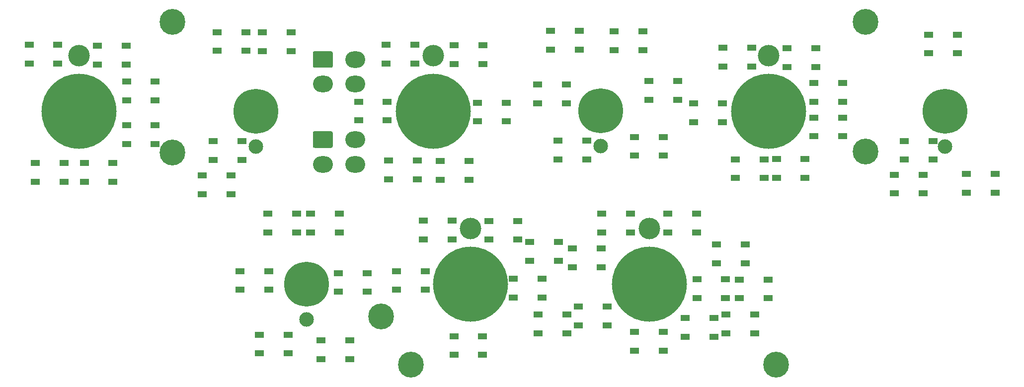
<source format=gbr>
%TF.GenerationSoftware,KiCad,Pcbnew,(5.1.6)-1*%
%TF.CreationDate,2021-08-25T14:17:29+10:00*%
%TF.ProjectId,HUD Panel PCB V2,48554420-5061-46e6-956c-205043422056,rev?*%
%TF.SameCoordinates,Original*%
%TF.FileFunction,Soldermask,Top*%
%TF.FilePolarity,Negative*%
%FSLAX46Y46*%
G04 Gerber Fmt 4.6, Leading zero omitted, Abs format (unit mm)*
G04 Created by KiCad (PCBNEW (5.1.6)-1) date 2021-08-25 14:17:29*
%MOMM*%
%LPD*%
G01*
G04 APERTURE LIST*
%ADD10C,12.800000*%
%ADD11C,3.672000*%
%ADD12C,4.400000*%
%ADD13C,7.640752*%
%ADD14C,2.481250*%
%ADD15R,1.600000X1.100000*%
%ADD16O,3.400000X2.800000*%
G04 APERTURE END LIST*
D10*
%TO.C,REF\u002A\u002A*%
X196850000Y-56515000D03*
X196850000Y-56515000D03*
D11*
X196850000Y-46990000D03*
%TD*%
D12*
%TO.C,REF\u002A\u002A*%
X198120000Y-99695000D03*
%TD*%
%TO.C,REF\u002A\u002A*%
X213360000Y-63373000D03*
%TD*%
%TO.C,REF\u002A\u002A*%
X213360000Y-41275000D03*
%TD*%
%TO.C,REF\u002A\u002A*%
X135890000Y-99695000D03*
%TD*%
%TO.C,REF\u002A\u002A*%
X130810000Y-91440000D03*
%TD*%
%TO.C,REF\u002A\u002A*%
X95250000Y-41275000D03*
%TD*%
%TO.C,REF\u002A\u002A*%
X95250000Y-63500000D03*
%TD*%
D13*
%TO.C,REF\u002A\u002A*%
X118110000Y-85979000D03*
D14*
X118110000Y-91979000D03*
D13*
X118110000Y-85979000D03*
%TD*%
%TO.C,REF\u002A\u002A*%
X226949000Y-56515000D03*
D14*
X226949000Y-62515000D03*
D13*
X226949000Y-56515000D03*
%TD*%
%TO.C,REF\u002A\u002A*%
X168275000Y-56388000D03*
D14*
X168275000Y-62388000D03*
D13*
X168275000Y-56388000D03*
%TD*%
%TO.C,REF\u002A\u002A*%
X109474000Y-56515000D03*
D14*
X109474000Y-62515000D03*
D13*
X109474000Y-56515000D03*
%TD*%
D10*
%TO.C,REF\u002A\u002A*%
X146050000Y-85979000D03*
X146050000Y-85979000D03*
D11*
X146050000Y-76454000D03*
%TD*%
D10*
%TO.C,REF\u002A\u002A*%
X176530000Y-85979000D03*
X176530000Y-85979000D03*
D11*
X176530000Y-76454000D03*
%TD*%
D10*
%TO.C,REF\u002A\u002A*%
X139700000Y-56515000D03*
X139700000Y-56515000D03*
D11*
X139700000Y-46990000D03*
%TD*%
D10*
%TO.C,REF\u002A\u002A*%
X79375000Y-56515000D03*
X79375000Y-56515000D03*
D11*
X79375000Y-46990000D03*
%TD*%
D15*
%TO.C,D56*%
X224150000Y-43400000D03*
X224150000Y-46600000D03*
X229050000Y-43400000D03*
X229050000Y-46600000D03*
%TD*%
%TO.C,D55*%
X230550000Y-67150000D03*
X230550000Y-70350000D03*
X235450000Y-67150000D03*
X235450000Y-70350000D03*
%TD*%
%TO.C,D54*%
X219964000Y-61518800D03*
X219964000Y-64718800D03*
X224864000Y-61518800D03*
X224864000Y-64718800D03*
%TD*%
%TO.C,D53*%
X218327000Y-67284800D03*
X218327000Y-70484800D03*
X223227000Y-67284800D03*
X223227000Y-70484800D03*
%TD*%
%TO.C,D52*%
X191200000Y-64650000D03*
X191200000Y-67850000D03*
X196100000Y-64650000D03*
X196100000Y-67850000D03*
%TD*%
%TO.C,D51*%
X198200000Y-64600000D03*
X198200000Y-67800000D03*
X203100000Y-64600000D03*
X203100000Y-67800000D03*
%TD*%
%TO.C,D50*%
X204600000Y-57550000D03*
X204600000Y-60750000D03*
X209500000Y-57550000D03*
X209500000Y-60750000D03*
%TD*%
%TO.C,D49*%
X204600000Y-51650000D03*
X204600000Y-54850000D03*
X209500000Y-51650000D03*
X209500000Y-54850000D03*
%TD*%
%TO.C,D48*%
X200000000Y-45750000D03*
X200000000Y-48950000D03*
X204900000Y-45750000D03*
X204900000Y-48950000D03*
%TD*%
%TO.C,D47*%
X189100000Y-45650000D03*
X189100000Y-48850000D03*
X194000000Y-45650000D03*
X194000000Y-48850000D03*
%TD*%
%TO.C,D46*%
X184100000Y-55150000D03*
X184100000Y-58350000D03*
X189000000Y-55150000D03*
X189000000Y-58350000D03*
%TD*%
%TO.C,D45*%
X174050000Y-60850000D03*
X174050000Y-64050000D03*
X178950000Y-60850000D03*
X178950000Y-64050000D03*
%TD*%
%TO.C,D44*%
X176450000Y-51350000D03*
X176450000Y-54550000D03*
X181350000Y-51350000D03*
X181350000Y-54550000D03*
%TD*%
%TO.C,D43*%
X170550000Y-42850000D03*
X170550000Y-46050000D03*
X175450000Y-42850000D03*
X175450000Y-46050000D03*
%TD*%
%TO.C,D42*%
X159700000Y-42800000D03*
X159700000Y-46000000D03*
X164600000Y-42800000D03*
X164600000Y-46000000D03*
%TD*%
%TO.C,D41*%
X157550000Y-51900000D03*
X157550000Y-55100000D03*
X162450000Y-51900000D03*
X162450000Y-55100000D03*
%TD*%
%TO.C,D40*%
X161000000Y-61450000D03*
X161000000Y-64650000D03*
X165900000Y-61450000D03*
X165900000Y-64650000D03*
%TD*%
%TO.C,D39*%
X163450000Y-79850000D03*
X163450000Y-83050000D03*
X168350000Y-79850000D03*
X168350000Y-83050000D03*
%TD*%
%TO.C,D38*%
X168450000Y-73950000D03*
X168450000Y-77150000D03*
X173350000Y-73950000D03*
X173350000Y-77150000D03*
%TD*%
%TO.C,D37*%
X179700000Y-73950000D03*
X179700000Y-77150000D03*
X184600000Y-73950000D03*
X184600000Y-77150000D03*
%TD*%
%TO.C,D36*%
X188000000Y-79200000D03*
X188000000Y-82400000D03*
X192900000Y-79200000D03*
X192900000Y-82400000D03*
%TD*%
%TO.C,D35*%
X191900000Y-85150000D03*
X191900000Y-88350000D03*
X196800000Y-85150000D03*
X196800000Y-88350000D03*
%TD*%
%TO.C,D34*%
X184650000Y-85100000D03*
X184650000Y-88300000D03*
X189550000Y-85100000D03*
X189550000Y-88300000D03*
%TD*%
%TO.C,D33*%
X189600000Y-91100000D03*
X189600000Y-94300000D03*
X194500000Y-91100000D03*
X194500000Y-94300000D03*
%TD*%
%TO.C,D32*%
X182650000Y-91700000D03*
X182650000Y-94900000D03*
X187550000Y-91700000D03*
X187550000Y-94900000D03*
%TD*%
%TO.C,D31*%
X174000000Y-94050000D03*
X174000000Y-97250000D03*
X178900000Y-94050000D03*
X178900000Y-97250000D03*
%TD*%
%TO.C,D30*%
X164450000Y-89750000D03*
X164450000Y-92950000D03*
X169350000Y-89750000D03*
X169350000Y-92950000D03*
%TD*%
%TO.C,D29*%
X157582000Y-91084400D03*
X157582000Y-94284400D03*
X162482000Y-91084400D03*
X162482000Y-94284400D03*
%TD*%
%TO.C,D28*%
X133500000Y-83700000D03*
X133500000Y-86900000D03*
X138400000Y-83700000D03*
X138400000Y-86900000D03*
%TD*%
%TO.C,D27*%
X143250000Y-94800000D03*
X143250000Y-98000000D03*
X148150000Y-94800000D03*
X148150000Y-98000000D03*
%TD*%
%TO.C,D26*%
X153350000Y-85000000D03*
X153350000Y-88200000D03*
X158250000Y-85000000D03*
X158250000Y-88200000D03*
%TD*%
%TO.C,D25*%
X156150000Y-78750000D03*
X156150000Y-81950000D03*
X161050000Y-78750000D03*
X161050000Y-81950000D03*
%TD*%
%TO.C,D24*%
X149200000Y-75150000D03*
X149200000Y-78350000D03*
X154100000Y-75150000D03*
X154100000Y-78350000D03*
%TD*%
%TO.C,D23*%
X138050000Y-75100000D03*
X138050000Y-78300000D03*
X142950000Y-75100000D03*
X142950000Y-78300000D03*
%TD*%
%TO.C,D22*%
X132150000Y-64850000D03*
X132150000Y-68050000D03*
X137050000Y-64850000D03*
X137050000Y-68050000D03*
%TD*%
%TO.C,D21*%
X140900000Y-64950000D03*
X140900000Y-68150000D03*
X145800000Y-64950000D03*
X145800000Y-68150000D03*
%TD*%
%TO.C,D20*%
X147250000Y-55000000D03*
X147250000Y-58200000D03*
X152150000Y-55000000D03*
X152150000Y-58200000D03*
%TD*%
%TO.C,D19*%
X143300000Y-45250000D03*
X143300000Y-48450000D03*
X148200000Y-45250000D03*
X148200000Y-48450000D03*
%TD*%
%TO.C,D18*%
X131700000Y-45150000D03*
X131700000Y-48350000D03*
X136600000Y-45150000D03*
X136600000Y-48350000D03*
%TD*%
%TO.C,D17*%
X126988000Y-54838800D03*
X126988000Y-58038800D03*
X131888000Y-54838800D03*
X131888000Y-58038800D03*
%TD*%
%TO.C,D16*%
X118800000Y-73950000D03*
X118800000Y-77150000D03*
X123700000Y-73950000D03*
X123700000Y-77150000D03*
%TD*%
%TO.C,D15*%
X123550000Y-84050000D03*
X123550000Y-87250000D03*
X128450000Y-84050000D03*
X128450000Y-87250000D03*
%TD*%
%TO.C,D14*%
X120600000Y-95500000D03*
X120600000Y-98700000D03*
X125500000Y-95500000D03*
X125500000Y-98700000D03*
%TD*%
%TO.C,D13*%
X110100000Y-94550000D03*
X110100000Y-97750000D03*
X115000000Y-94550000D03*
X115000000Y-97750000D03*
%TD*%
%TO.C,D12*%
X106800000Y-83700000D03*
X106800000Y-86900000D03*
X111700000Y-83700000D03*
X111700000Y-86900000D03*
%TD*%
%TO.C,D11*%
X111550000Y-73950000D03*
X111550000Y-77150000D03*
X116450000Y-73950000D03*
X116450000Y-77150000D03*
%TD*%
%TO.C,D10*%
X110600000Y-43000000D03*
X110600000Y-46200000D03*
X115500000Y-43000000D03*
X115500000Y-46200000D03*
%TD*%
%TO.C,D9*%
X102870000Y-42976800D03*
X102870000Y-46176800D03*
X107770000Y-42976800D03*
X107770000Y-46176800D03*
%TD*%
%TO.C,D8*%
X102198000Y-61595200D03*
X102198000Y-64795200D03*
X107098000Y-61595200D03*
X107098000Y-64795200D03*
%TD*%
%TO.C,D7*%
X100381000Y-67411600D03*
X100381000Y-70611600D03*
X105281000Y-67411600D03*
X105281000Y-70611600D03*
%TD*%
%TO.C,D6*%
X71900000Y-65300000D03*
X71900000Y-68500000D03*
X76800000Y-65300000D03*
X76800000Y-68500000D03*
%TD*%
%TO.C,D5*%
X80250000Y-65300000D03*
X80250000Y-68500000D03*
X85150000Y-65300000D03*
X85150000Y-68500000D03*
%TD*%
%TO.C,D4*%
X87450000Y-58850000D03*
X87450000Y-62050000D03*
X92350000Y-58850000D03*
X92350000Y-62050000D03*
%TD*%
%TO.C,D3*%
X87450000Y-51400000D03*
X87450000Y-54600000D03*
X92350000Y-51400000D03*
X92350000Y-54600000D03*
%TD*%
%TO.C,D2*%
X82500000Y-45300000D03*
X82500000Y-48500000D03*
X87400000Y-45300000D03*
X87400000Y-48500000D03*
%TD*%
%TO.C,D1*%
X70854400Y-45136000D03*
X70854400Y-48336000D03*
X75754400Y-45136000D03*
X75754400Y-48336000D03*
%TD*%
D16*
%TO.C,J2*%
X126400000Y-51850000D03*
X126400000Y-47650000D03*
X120900000Y-51850000D03*
G36*
G01*
X119460400Y-46250000D02*
X122339600Y-46250000D01*
G75*
G02*
X122600000Y-46510400I0J-260400D01*
G01*
X122600000Y-48789600D01*
G75*
G02*
X122339600Y-49050000I-260400J0D01*
G01*
X119460400Y-49050000D01*
G75*
G02*
X119200000Y-48789600I0J260400D01*
G01*
X119200000Y-46510400D01*
G75*
G02*
X119460400Y-46250000I260400J0D01*
G01*
G37*
%TD*%
%TO.C,J1*%
X126400000Y-65500000D03*
X126400000Y-61300000D03*
X120900000Y-65500000D03*
G36*
G01*
X119460400Y-59900000D02*
X122339600Y-59900000D01*
G75*
G02*
X122600000Y-60160400I0J-260400D01*
G01*
X122600000Y-62439600D01*
G75*
G02*
X122339600Y-62700000I-260400J0D01*
G01*
X119460400Y-62700000D01*
G75*
G02*
X119200000Y-62439600I0J260400D01*
G01*
X119200000Y-60160400D01*
G75*
G02*
X119460400Y-59900000I260400J0D01*
G01*
G37*
%TD*%
M02*

</source>
